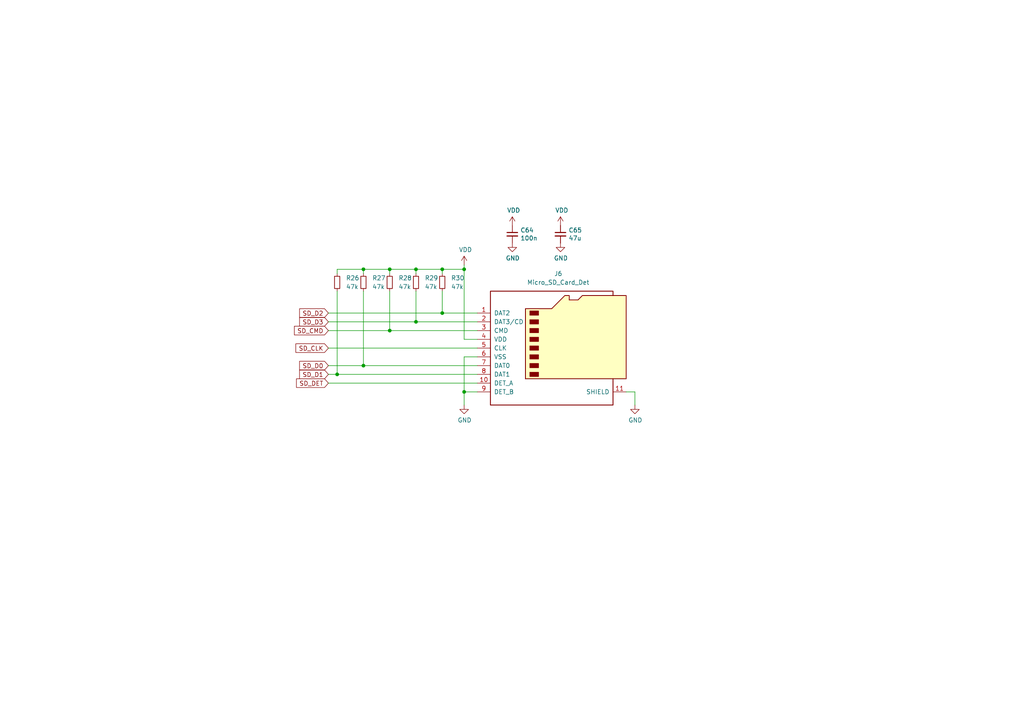
<source format=kicad_sch>
(kicad_sch (version 20211123) (generator eeschema)

  (uuid 0aa30928-66a8-4355-87da-7f875941070b)

  (paper "A4")

  (lib_symbols
    (symbol "Connector:Micro_SD_Card_Det" (pin_names (offset 1.016)) (in_bom yes) (on_board yes)
      (property "Reference" "J" (id 0) (at -16.51 17.78 0)
        (effects (font (size 1.27 1.27)))
      )
      (property "Value" "Micro_SD_Card_Det" (id 1) (at 16.51 17.78 0)
        (effects (font (size 1.27 1.27)) (justify right))
      )
      (property "Footprint" "" (id 2) (at 52.07 17.78 0)
        (effects (font (size 1.27 1.27)) hide)
      )
      (property "Datasheet" "https://www.hirose.com/product/en/download_file/key_name/DM3/category/Catalog/doc_file_id/49662/?file_category_id=4&item_id=195&is_series=1" (id 3) (at 0 2.54 0)
        (effects (font (size 1.27 1.27)) hide)
      )
      (property "ki_keywords" "connector SD microsd" (id 4) (at 0 0 0)
        (effects (font (size 1.27 1.27)) hide)
      )
      (property "ki_description" "Micro SD Card Socket with card detection pins" (id 5) (at 0 0 0)
        (effects (font (size 1.27 1.27)) hide)
      )
      (property "ki_fp_filters" "microSD*" (id 6) (at 0 0 0)
        (effects (font (size 1.27 1.27)) hide)
      )
      (symbol "Micro_SD_Card_Det_0_1"
        (rectangle (start -7.62 -6.985) (end -5.08 -8.255)
          (stroke (width 0) (type default) (color 0 0 0 0))
          (fill (type outline))
        )
        (rectangle (start -7.62 -4.445) (end -5.08 -5.715)
          (stroke (width 0) (type default) (color 0 0 0 0))
          (fill (type outline))
        )
        (rectangle (start -7.62 -1.905) (end -5.08 -3.175)
          (stroke (width 0) (type default) (color 0 0 0 0))
          (fill (type outline))
        )
        (rectangle (start -7.62 0.635) (end -5.08 -0.635)
          (stroke (width 0) (type default) (color 0 0 0 0))
          (fill (type outline))
        )
        (rectangle (start -7.62 3.175) (end -5.08 1.905)
          (stroke (width 0) (type default) (color 0 0 0 0))
          (fill (type outline))
        )
        (rectangle (start -7.62 5.715) (end -5.08 4.445)
          (stroke (width 0) (type default) (color 0 0 0 0))
          (fill (type outline))
        )
        (rectangle (start -7.62 8.255) (end -5.08 6.985)
          (stroke (width 0) (type default) (color 0 0 0 0))
          (fill (type outline))
        )
        (rectangle (start -7.62 10.795) (end -5.08 9.525)
          (stroke (width 0) (type default) (color 0 0 0 0))
          (fill (type outline))
        )
        (polyline
          (pts
            (xy 16.51 15.24)
            (xy 16.51 16.51)
            (xy -19.05 16.51)
            (xy -19.05 -16.51)
            (xy 16.51 -16.51)
            (xy 16.51 -8.89)
          )
          (stroke (width 0.254) (type default) (color 0 0 0 0))
          (fill (type none))
        )
        (polyline
          (pts
            (xy -8.89 -8.89)
            (xy -8.89 11.43)
            (xy -1.27 11.43)
            (xy 2.54 15.24)
            (xy 3.81 15.24)
            (xy 3.81 13.97)
            (xy 6.35 13.97)
            (xy 7.62 15.24)
            (xy 20.32 15.24)
            (xy 20.32 -8.89)
            (xy -8.89 -8.89)
          )
          (stroke (width 0.254) (type default) (color 0 0 0 0))
          (fill (type background))
        )
      )
      (symbol "Micro_SD_Card_Det_1_1"
        (pin bidirectional line (at -22.86 10.16 0) (length 3.81)
          (name "DAT2" (effects (font (size 1.27 1.27))))
          (number "1" (effects (font (size 1.27 1.27))))
        )
        (pin passive line (at -22.86 -10.16 0) (length 3.81)
          (name "DET_A" (effects (font (size 1.27 1.27))))
          (number "10" (effects (font (size 1.27 1.27))))
        )
        (pin passive line (at 20.32 -12.7 180) (length 3.81)
          (name "SHIELD" (effects (font (size 1.27 1.27))))
          (number "11" (effects (font (size 1.27 1.27))))
        )
        (pin bidirectional line (at -22.86 7.62 0) (length 3.81)
          (name "DAT3/CD" (effects (font (size 1.27 1.27))))
          (number "2" (effects (font (size 1.27 1.27))))
        )
        (pin input line (at -22.86 5.08 0) (length 3.81)
          (name "CMD" (effects (font (size 1.27 1.27))))
          (number "3" (effects (font (size 1.27 1.27))))
        )
        (pin power_in line (at -22.86 2.54 0) (length 3.81)
          (name "VDD" (effects (font (size 1.27 1.27))))
          (number "4" (effects (font (size 1.27 1.27))))
        )
        (pin input line (at -22.86 0 0) (length 3.81)
          (name "CLK" (effects (font (size 1.27 1.27))))
          (number "5" (effects (font (size 1.27 1.27))))
        )
        (pin power_in line (at -22.86 -2.54 0) (length 3.81)
          (name "VSS" (effects (font (size 1.27 1.27))))
          (number "6" (effects (font (size 1.27 1.27))))
        )
        (pin bidirectional line (at -22.86 -5.08 0) (length 3.81)
          (name "DAT0" (effects (font (size 1.27 1.27))))
          (number "7" (effects (font (size 1.27 1.27))))
        )
        (pin bidirectional line (at -22.86 -7.62 0) (length 3.81)
          (name "DAT1" (effects (font (size 1.27 1.27))))
          (number "8" (effects (font (size 1.27 1.27))))
        )
        (pin passive line (at -22.86 -12.7 0) (length 3.81)
          (name "DET_B" (effects (font (size 1.27 1.27))))
          (number "9" (effects (font (size 1.27 1.27))))
        )
      )
    )
    (symbol "Device:R_Small" (pin_numbers hide) (pin_names (offset 0.254) hide) (in_bom yes) (on_board yes)
      (property "Reference" "R" (id 0) (at 0.762 0.508 0)
        (effects (font (size 1.27 1.27)) (justify left))
      )
      (property "Value" "R_Small" (id 1) (at 0.762 -1.016 0)
        (effects (font (size 1.27 1.27)) (justify left))
      )
      (property "Footprint" "" (id 2) (at 0 0 0)
        (effects (font (size 1.27 1.27)) hide)
      )
      (property "Datasheet" "~" (id 3) (at 0 0 0)
        (effects (font (size 1.27 1.27)) hide)
      )
      (property "ki_keywords" "R resistor" (id 4) (at 0 0 0)
        (effects (font (size 1.27 1.27)) hide)
      )
      (property "ki_description" "Resistor, small symbol" (id 5) (at 0 0 0)
        (effects (font (size 1.27 1.27)) hide)
      )
      (property "ki_fp_filters" "R_*" (id 6) (at 0 0 0)
        (effects (font (size 1.27 1.27)) hide)
      )
      (symbol "R_Small_0_1"
        (rectangle (start -0.762 1.778) (end 0.762 -1.778)
          (stroke (width 0.2032) (type default) (color 0 0 0 0))
          (fill (type none))
        )
      )
      (symbol "R_Small_1_1"
        (pin passive line (at 0 2.54 270) (length 0.762)
          (name "~" (effects (font (size 1.27 1.27))))
          (number "1" (effects (font (size 1.27 1.27))))
        )
        (pin passive line (at 0 -2.54 90) (length 0.762)
          (name "~" (effects (font (size 1.27 1.27))))
          (number "2" (effects (font (size 1.27 1.27))))
        )
      )
    )
    (symbol "pkl_device:pkl_C_Small" (pin_numbers hide) (pin_names (offset 0.254) hide) (in_bom yes) (on_board yes)
      (property "Reference" "C" (id 0) (at 0.254 1.778 0)
        (effects (font (size 1.27 1.27)) (justify left))
      )
      (property "Value" "pkl_C_Small" (id 1) (at 0.254 -2.032 0)
        (effects (font (size 1.27 1.27)) (justify left))
      )
      (property "Footprint" "" (id 2) (at 0 0 0)
        (effects (font (size 1.524 1.524)))
      )
      (property "Datasheet" "" (id 3) (at 0 0 0)
        (effects (font (size 1.524 1.524)))
      )
      (property "ki_description" "Unpolarized capacitor" (id 4) (at 0 0 0)
        (effects (font (size 1.27 1.27)) hide)
      )
      (property "ki_fp_filters" "C? C_????_* C_???? SMD*_c Capacitor*" (id 5) (at 0 0 0)
        (effects (font (size 1.27 1.27)) hide)
      )
      (symbol "pkl_C_Small_0_1"
        (polyline
          (pts
            (xy -1.524 -0.508)
            (xy 1.524 -0.508)
          )
          (stroke (width 0.3302) (type default) (color 0 0 0 0))
          (fill (type none))
        )
        (polyline
          (pts
            (xy -1.524 0.508)
            (xy 1.524 0.508)
          )
          (stroke (width 0.3048) (type default) (color 0 0 0 0))
          (fill (type none))
        )
      )
      (symbol "pkl_C_Small_1_1"
        (pin passive line (at 0 2.54 270) (length 1.905)
          (name "~" (effects (font (size 1.016 1.016))))
          (number "1" (effects (font (size 1.016 1.016))))
        )
        (pin passive line (at 0 -2.54 90) (length 2.032)
          (name "~" (effects (font (size 1.016 1.016))))
          (number "2" (effects (font (size 1.016 1.016))))
        )
      )
    )
    (symbol "power:GND" (power) (pin_names (offset 0)) (in_bom yes) (on_board yes)
      (property "Reference" "#PWR" (id 0) (at 0 -6.35 0)
        (effects (font (size 1.27 1.27)) hide)
      )
      (property "Value" "GND" (id 1) (at 0 -3.81 0)
        (effects (font (size 1.27 1.27)))
      )
      (property "Footprint" "" (id 2) (at 0 0 0)
        (effects (font (size 1.27 1.27)) hide)
      )
      (property "Datasheet" "" (id 3) (at 0 0 0)
        (effects (font (size 1.27 1.27)) hide)
      )
      (property "ki_keywords" "power-flag" (id 4) (at 0 0 0)
        (effects (font (size 1.27 1.27)) hide)
      )
      (property "ki_description" "Power symbol creates a global label with name \"GND\" , ground" (id 5) (at 0 0 0)
        (effects (font (size 1.27 1.27)) hide)
      )
      (symbol "GND_0_1"
        (polyline
          (pts
            (xy 0 0)
            (xy 0 -1.27)
            (xy 1.27 -1.27)
            (xy 0 -2.54)
            (xy -1.27 -1.27)
            (xy 0 -1.27)
          )
          (stroke (width 0) (type default) (color 0 0 0 0))
          (fill (type none))
        )
      )
      (symbol "GND_1_1"
        (pin power_in line (at 0 0 270) (length 0) hide
          (name "GND" (effects (font (size 1.27 1.27))))
          (number "1" (effects (font (size 1.27 1.27))))
        )
      )
    )
    (symbol "power:VDD" (power) (pin_names (offset 0)) (in_bom yes) (on_board yes)
      (property "Reference" "#PWR" (id 0) (at 0 -3.81 0)
        (effects (font (size 1.27 1.27)) hide)
      )
      (property "Value" "VDD" (id 1) (at 0 3.81 0)
        (effects (font (size 1.27 1.27)))
      )
      (property "Footprint" "" (id 2) (at 0 0 0)
        (effects (font (size 1.27 1.27)) hide)
      )
      (property "Datasheet" "" (id 3) (at 0 0 0)
        (effects (font (size 1.27 1.27)) hide)
      )
      (property "ki_keywords" "power-flag" (id 4) (at 0 0 0)
        (effects (font (size 1.27 1.27)) hide)
      )
      (property "ki_description" "Power symbol creates a global label with name \"VDD\"" (id 5) (at 0 0 0)
        (effects (font (size 1.27 1.27)) hide)
      )
      (symbol "VDD_0_1"
        (polyline
          (pts
            (xy -0.762 1.27)
            (xy 0 2.54)
          )
          (stroke (width 0) (type default) (color 0 0 0 0))
          (fill (type none))
        )
        (polyline
          (pts
            (xy 0 0)
            (xy 0 2.54)
          )
          (stroke (width 0) (type default) (color 0 0 0 0))
          (fill (type none))
        )
        (polyline
          (pts
            (xy 0 2.54)
            (xy 0.762 1.27)
          )
          (stroke (width 0) (type default) (color 0 0 0 0))
          (fill (type none))
        )
      )
      (symbol "VDD_1_1"
        (pin power_in line (at 0 0 90) (length 0) hide
          (name "VDD" (effects (font (size 1.27 1.27))))
          (number "1" (effects (font (size 1.27 1.27))))
        )
      )
    )
  )

  (junction (at 113.03 78.105) (diameter 0) (color 0 0 0 0)
    (uuid 07c361b5-42b0-4cbe-840f-72d1d348dfa9)
  )
  (junction (at 105.41 78.105) (diameter 0) (color 0 0 0 0)
    (uuid 0e4aa399-e5a9-470c-9fdd-3c5cc8a0100d)
  )
  (junction (at 128.27 78.105) (diameter 0) (color 0 0 0 0)
    (uuid 0f378f3a-cc58-48ca-952b-5e0bc7c50909)
  )
  (junction (at 105.41 106.045) (diameter 0) (color 0 0 0 0)
    (uuid 422f53b5-1588-4d6f-a7d3-8c1cfc5734c4)
  )
  (junction (at 97.79 108.585) (diameter 0) (color 0 0 0 0)
    (uuid 6eee5c95-849b-4234-9fa9-10fff61dbcfe)
  )
  (junction (at 120.65 78.105) (diameter 0) (color 0 0 0 0)
    (uuid 9037e904-256d-43f2-bceb-4dfe9ec8c5a1)
  )
  (junction (at 134.62 113.665) (diameter 0) (color 0 0 0 0)
    (uuid 9e85a6bb-8f68-46b1-b4f1-343b38178560)
  )
  (junction (at 134.62 78.105) (diameter 0) (color 0 0 0 0)
    (uuid b1d3bd8e-715a-400c-ba94-13f0db497714)
  )
  (junction (at 113.03 95.885) (diameter 0) (color 0 0 0 0)
    (uuid bd357c68-a02a-48f6-baa0-3dbdacd5b5a3)
  )
  (junction (at 128.27 90.805) (diameter 0) (color 0 0 0 0)
    (uuid e76906a8-3858-49c5-940c-601a077041af)
  )
  (junction (at 120.65 93.345) (diameter 0) (color 0 0 0 0)
    (uuid f0323f4c-e52b-4dcc-b3c2-0e27c482c0fd)
  )

  (wire (pts (xy 95.25 93.345) (xy 120.65 93.345))
    (stroke (width 0) (type default) (color 0 0 0 0))
    (uuid 0980d639-e605-4288-b764-ce9c0a31928b)
  )
  (wire (pts (xy 95.25 111.125) (xy 138.43 111.125))
    (stroke (width 0) (type default) (color 0 0 0 0))
    (uuid 1745543f-707d-4655-8598-8e5bc6e5b838)
  )
  (wire (pts (xy 97.79 84.455) (xy 97.79 108.585))
    (stroke (width 0) (type default) (color 0 0 0 0))
    (uuid 2f2d8bec-27a2-4197-b5fe-5f34bb331a0d)
  )
  (wire (pts (xy 120.65 84.455) (xy 120.65 93.345))
    (stroke (width 0) (type default) (color 0 0 0 0))
    (uuid 3f49f515-042a-4098-95fe-9d8aa600e626)
  )
  (wire (pts (xy 105.41 84.455) (xy 105.41 106.045))
    (stroke (width 0) (type default) (color 0 0 0 0))
    (uuid 43e50aab-a73e-46ee-a2e0-e555d75535c6)
  )
  (wire (pts (xy 120.65 79.375) (xy 120.65 78.105))
    (stroke (width 0) (type default) (color 0 0 0 0))
    (uuid 4ecdafd9-8c85-4d42-8b38-24093b1a2dc9)
  )
  (wire (pts (xy 134.62 76.835) (xy 134.62 78.105))
    (stroke (width 0) (type default) (color 0 0 0 0))
    (uuid 5310af4a-2995-4a79-b79e-48fcb0c3a7d8)
  )
  (wire (pts (xy 134.62 113.665) (xy 134.62 117.475))
    (stroke (width 0) (type default) (color 0 0 0 0))
    (uuid 5adff581-4a2a-44b4-8862-4221cd62642f)
  )
  (wire (pts (xy 97.79 108.585) (xy 138.43 108.585))
    (stroke (width 0) (type default) (color 0 0 0 0))
    (uuid 628ed3e0-0e78-42d1-8f85-34c2c1e9887f)
  )
  (wire (pts (xy 97.79 78.105) (xy 105.41 78.105))
    (stroke (width 0) (type default) (color 0 0 0 0))
    (uuid 6c5508a8-f1d8-438b-bfbc-de5c2a357c33)
  )
  (wire (pts (xy 105.41 79.375) (xy 105.41 78.105))
    (stroke (width 0) (type default) (color 0 0 0 0))
    (uuid 708c3ff0-9032-4994-af59-69bdd4e29a44)
  )
  (wire (pts (xy 95.25 106.045) (xy 105.41 106.045))
    (stroke (width 0) (type default) (color 0 0 0 0))
    (uuid 7533d9d0-109b-4d3e-8391-7db16e03d4a6)
  )
  (wire (pts (xy 138.43 113.665) (xy 134.62 113.665))
    (stroke (width 0) (type default) (color 0 0 0 0))
    (uuid 797a83a8-b990-43c0-97c5-0c1688ae04de)
  )
  (wire (pts (xy 128.27 78.105) (xy 134.62 78.105))
    (stroke (width 0) (type default) (color 0 0 0 0))
    (uuid 7ee9bbc9-0f00-40c2-bd2a-b7e2a8d481a8)
  )
  (wire (pts (xy 184.15 113.665) (xy 184.15 117.475))
    (stroke (width 0) (type default) (color 0 0 0 0))
    (uuid 802ac70e-1fc0-4882-8390-eea091c5a029)
  )
  (wire (pts (xy 105.41 106.045) (xy 138.43 106.045))
    (stroke (width 0) (type default) (color 0 0 0 0))
    (uuid 84cd72a9-eb67-465c-a396-baaa4f2bb0f2)
  )
  (wire (pts (xy 95.25 95.885) (xy 113.03 95.885))
    (stroke (width 0) (type default) (color 0 0 0 0))
    (uuid 8643dd8c-fda7-47d9-8e97-3baf5b41ca0c)
  )
  (wire (pts (xy 120.65 78.105) (xy 113.03 78.105))
    (stroke (width 0) (type default) (color 0 0 0 0))
    (uuid 865f340f-3a9e-41f0-9189-bd11751c16bf)
  )
  (wire (pts (xy 134.62 98.425) (xy 138.43 98.425))
    (stroke (width 0) (type default) (color 0 0 0 0))
    (uuid 8765cba3-1243-486f-a6e8-befe4827ac73)
  )
  (wire (pts (xy 113.03 95.885) (xy 138.43 95.885))
    (stroke (width 0) (type default) (color 0 0 0 0))
    (uuid 896e3628-c49b-4bda-86a3-02a080127748)
  )
  (wire (pts (xy 134.62 103.505) (xy 138.43 103.505))
    (stroke (width 0) (type default) (color 0 0 0 0))
    (uuid 91d65ad7-fcde-4d3b-9ce4-23db7f33896f)
  )
  (wire (pts (xy 128.27 90.805) (xy 138.43 90.805))
    (stroke (width 0) (type default) (color 0 0 0 0))
    (uuid 95d0ac26-1e6e-4ff1-9f64-439dbaaf89d4)
  )
  (wire (pts (xy 113.03 84.455) (xy 113.03 95.885))
    (stroke (width 0) (type default) (color 0 0 0 0))
    (uuid 9cb9415f-ad11-406c-bc30-860425a777a6)
  )
  (wire (pts (xy 97.79 79.375) (xy 97.79 78.105))
    (stroke (width 0) (type default) (color 0 0 0 0))
    (uuid b0f5efcc-ad4f-4899-960f-18f3fdfda224)
  )
  (wire (pts (xy 105.41 78.105) (xy 113.03 78.105))
    (stroke (width 0) (type default) (color 0 0 0 0))
    (uuid d2ab13fb-f76d-42a6-a101-3dd609a0912d)
  )
  (wire (pts (xy 113.03 78.105) (xy 113.03 79.375))
    (stroke (width 0) (type default) (color 0 0 0 0))
    (uuid d2effc22-aa79-49e2-866a-a27e4dec9250)
  )
  (wire (pts (xy 95.25 100.965) (xy 138.43 100.965))
    (stroke (width 0) (type default) (color 0 0 0 0))
    (uuid d78c08f3-a459-47be-91de-63c8740e7455)
  )
  (wire (pts (xy 120.65 78.105) (xy 128.27 78.105))
    (stroke (width 0) (type default) (color 0 0 0 0))
    (uuid de3a5f2d-6d61-4a56-88fa-f196bb7bcad4)
  )
  (wire (pts (xy 95.25 90.805) (xy 128.27 90.805))
    (stroke (width 0) (type default) (color 0 0 0 0))
    (uuid e221923b-8b1c-477d-aeac-38dda98cb067)
  )
  (wire (pts (xy 128.27 79.375) (xy 128.27 78.105))
    (stroke (width 0) (type default) (color 0 0 0 0))
    (uuid f12a8721-7b9d-43a0-a618-2a6a4efc6110)
  )
  (wire (pts (xy 134.62 78.105) (xy 134.62 98.425))
    (stroke (width 0) (type default) (color 0 0 0 0))
    (uuid f1315f34-32f1-44e0-bd8c-246c1319ae9d)
  )
  (wire (pts (xy 181.61 113.665) (xy 184.15 113.665))
    (stroke (width 0) (type default) (color 0 0 0 0))
    (uuid f2647809-062d-4d6f-a3ef-03ecc4688494)
  )
  (wire (pts (xy 95.25 108.585) (xy 97.79 108.585))
    (stroke (width 0) (type default) (color 0 0 0 0))
    (uuid f66f5887-c6c4-48f7-8d41-b3265f397aa6)
  )
  (wire (pts (xy 128.27 84.455) (xy 128.27 90.805))
    (stroke (width 0) (type default) (color 0 0 0 0))
    (uuid f79e2fd0-3da1-4c2a-8ef4-d47ef1a2b166)
  )
  (wire (pts (xy 134.62 113.665) (xy 134.62 103.505))
    (stroke (width 0) (type default) (color 0 0 0 0))
    (uuid fa5979ee-27c4-4f08-8921-3ce28d85b9f3)
  )
  (wire (pts (xy 120.65 93.345) (xy 138.43 93.345))
    (stroke (width 0) (type default) (color 0 0 0 0))
    (uuid fbc1cd94-e020-4174-b0cc-1b7adb505912)
  )

  (global_label "SD_D2" (shape input) (at 95.25 90.805 180) (fields_autoplaced)
    (effects (font (size 1.27 1.27)) (justify right))
    (uuid 5a8f4f1c-ad4d-4d19-9730-cea74d6415e9)
    (property "Intersheet References" "${INTERSHEET_REFS}" (id 0) (at 86.9102 90.7256 0)
      (effects (font (size 1.27 1.27)) (justify right) hide)
    )
  )
  (global_label "SD_D1" (shape input) (at 95.25 108.585 180) (fields_autoplaced)
    (effects (font (size 1.27 1.27)) (justify right))
    (uuid 6531beb6-ecd3-4784-8dac-15a7d5a77f2e)
    (property "Intersheet References" "${INTERSHEET_REFS}" (id 0) (at 86.9102 108.5056 0)
      (effects (font (size 1.27 1.27)) (justify right) hide)
    )
  )
  (global_label "SD_CMD" (shape input) (at 95.25 95.885 180) (fields_autoplaced)
    (effects (font (size 1.27 1.27)) (justify right))
    (uuid 85c6bd19-b7de-4e63-a2fb-17bde097465f)
    (property "Intersheet References" "${INTERSHEET_REFS}" (id 0) (at 85.3983 95.8056 0)
      (effects (font (size 1.27 1.27)) (justify right) hide)
    )
  )
  (global_label "SD_DET" (shape input) (at 95.25 111.125 180) (fields_autoplaced)
    (effects (font (size 1.27 1.27)) (justify right))
    (uuid 88106c56-efd3-41ad-927e-498343758b25)
    (property "Intersheet References" "${INTERSHEET_REFS}" (id 0) (at 86.0031 111.0456 0)
      (effects (font (size 1.27 1.27)) (justify right) hide)
    )
  )
  (global_label "SD_CLK" (shape input) (at 95.25 100.965 180) (fields_autoplaced)
    (effects (font (size 1.27 1.27)) (justify right))
    (uuid e309080b-eb0a-4977-8eb7-5bcb44f3b1b6)
    (property "Intersheet References" "${INTERSHEET_REFS}" (id 0) (at 85.8217 100.8856 0)
      (effects (font (size 1.27 1.27)) (justify right) hide)
    )
  )
  (global_label "SD_D0" (shape input) (at 95.25 106.045 180) (fields_autoplaced)
    (effects (font (size 1.27 1.27)) (justify right))
    (uuid e8a64739-f5fd-435a-99ea-cb6bdbb01973)
    (property "Intersheet References" "${INTERSHEET_REFS}" (id 0) (at 86.9102 105.9656 0)
      (effects (font (size 1.27 1.27)) (justify right) hide)
    )
  )
  (global_label "SD_D3" (shape input) (at 95.25 93.345 180) (fields_autoplaced)
    (effects (font (size 1.27 1.27)) (justify right))
    (uuid ec64da1c-ff0b-445e-975b-16d976178c71)
    (property "Intersheet References" "${INTERSHEET_REFS}" (id 0) (at 86.9102 93.2656 0)
      (effects (font (size 1.27 1.27)) (justify right) hide)
    )
  )

  (symbol (lib_id "power:GND") (at 162.56 70.485 0) (unit 1)
    (in_bom yes) (on_board yes)
    (uuid 0664d076-da05-4f8e-9259-f07c7e349dac)
    (property "Reference" "#PWR0115" (id 0) (at 162.56 76.835 0)
      (effects (font (size 1.27 1.27)) hide)
    )
    (property "Value" "GND" (id 1) (at 162.687 74.8792 0))
    (property "Footprint" "" (id 2) (at 162.56 70.485 0)
      (effects (font (size 1.27 1.27)) hide)
    )
    (property "Datasheet" "" (id 3) (at 162.56 70.485 0)
      (effects (font (size 1.27 1.27)) hide)
    )
    (pin "1" (uuid aba26366-6f62-41bb-81d4-7c76ab29eef6))
  )

  (symbol (lib_id "power:VDD") (at 162.56 65.405 0) (unit 1)
    (in_bom yes) (on_board yes)
    (uuid 11cc635a-6a72-4864-b29f-4d07f1c0567d)
    (property "Reference" "#PWR0114" (id 0) (at 162.56 69.215 0)
      (effects (font (size 1.27 1.27)) hide)
    )
    (property "Value" "VDD" (id 1) (at 162.941 61.0108 0))
    (property "Footprint" "" (id 2) (at 162.56 65.405 0)
      (effects (font (size 1.27 1.27)) hide)
    )
    (property "Datasheet" "" (id 3) (at 162.56 65.405 0)
      (effects (font (size 1.27 1.27)) hide)
    )
    (pin "1" (uuid 99b846f7-7b92-4e6e-93ab-92490c2e4828))
  )

  (symbol (lib_id "Device:R_Small") (at 113.03 81.915 0) (unit 1)
    (in_bom yes) (on_board yes) (fields_autoplaced)
    (uuid 17d2a2de-298f-43ac-aa1a-df68e2d59e17)
    (property "Reference" "R28" (id 0) (at 115.57 80.6449 0)
      (effects (font (size 1.27 1.27)) (justify left))
    )
    (property "Value" "47k" (id 1) (at 115.57 83.1849 0)
      (effects (font (size 1.27 1.27)) (justify left))
    )
    (property "Footprint" "Resistor_SMD:R_0402_1005Metric" (id 2) (at 113.03 81.915 0)
      (effects (font (size 1.27 1.27)) hide)
    )
    (property "Datasheet" "~" (id 3) (at 113.03 81.915 0)
      (effects (font (size 1.27 1.27)) hide)
    )
    (pin "1" (uuid 44836fb1-81e3-4d47-8023-6a035f6a758d))
    (pin "2" (uuid 91b96203-90c5-4372-bd0c-6bc9743aa4ab))
  )

  (symbol (lib_id "Device:R_Small") (at 128.27 81.915 0) (unit 1)
    (in_bom yes) (on_board yes) (fields_autoplaced)
    (uuid 1f637e2b-c6b4-4586-bd8d-613b71c96bbe)
    (property "Reference" "R30" (id 0) (at 130.81 80.6449 0)
      (effects (font (size 1.27 1.27)) (justify left))
    )
    (property "Value" "47k" (id 1) (at 130.81 83.1849 0)
      (effects (font (size 1.27 1.27)) (justify left))
    )
    (property "Footprint" "Resistor_SMD:R_0402_1005Metric" (id 2) (at 128.27 81.915 0)
      (effects (font (size 1.27 1.27)) hide)
    )
    (property "Datasheet" "~" (id 3) (at 128.27 81.915 0)
      (effects (font (size 1.27 1.27)) hide)
    )
    (pin "1" (uuid 15c2294f-3484-4969-915e-80d051ccb10a))
    (pin "2" (uuid 5a5a3d01-477d-46af-b94a-5968adddaedc))
  )

  (symbol (lib_id "power:VDD") (at 134.62 76.835 0) (unit 1)
    (in_bom yes) (on_board yes)
    (uuid 3f7e85bb-cc21-4084-968b-6e69ee9a167d)
    (property "Reference" "#PWR0110" (id 0) (at 134.62 80.645 0)
      (effects (font (size 1.27 1.27)) hide)
    )
    (property "Value" "VDD" (id 1) (at 135.001 72.4408 0))
    (property "Footprint" "" (id 2) (at 134.62 76.835 0)
      (effects (font (size 1.27 1.27)) hide)
    )
    (property "Datasheet" "" (id 3) (at 134.62 76.835 0)
      (effects (font (size 1.27 1.27)) hide)
    )
    (pin "1" (uuid 7e407a88-b288-4b40-a3d8-0a6e16c47aee))
  )

  (symbol (lib_id "power:GND") (at 148.59 70.485 0) (unit 1)
    (in_bom yes) (on_board yes)
    (uuid 48828fcd-9685-43f2-ad7c-3e7d4c6be57d)
    (property "Reference" "#PWR0113" (id 0) (at 148.59 76.835 0)
      (effects (font (size 1.27 1.27)) hide)
    )
    (property "Value" "GND" (id 1) (at 148.717 74.8792 0))
    (property "Footprint" "" (id 2) (at 148.59 70.485 0)
      (effects (font (size 1.27 1.27)) hide)
    )
    (property "Datasheet" "" (id 3) (at 148.59 70.485 0)
      (effects (font (size 1.27 1.27)) hide)
    )
    (pin "1" (uuid 21ca78bd-3fa2-4b4a-8d87-640a7ff0a711))
  )

  (symbol (lib_id "power:VDD") (at 148.59 65.405 0) (unit 1)
    (in_bom yes) (on_board yes)
    (uuid 5132f987-2f86-4fa4-bdc9-3c3ecd4f0348)
    (property "Reference" "#PWR0112" (id 0) (at 148.59 69.215 0)
      (effects (font (size 1.27 1.27)) hide)
    )
    (property "Value" "VDD" (id 1) (at 148.971 61.0108 0))
    (property "Footprint" "" (id 2) (at 148.59 65.405 0)
      (effects (font (size 1.27 1.27)) hide)
    )
    (property "Datasheet" "" (id 3) (at 148.59 65.405 0)
      (effects (font (size 1.27 1.27)) hide)
    )
    (pin "1" (uuid a80002ee-2b86-4b70-ae3a-f4e2bfa4a9b6))
  )

  (symbol (lib_id "Connector:Micro_SD_Card_Det") (at 161.29 100.965 0) (unit 1)
    (in_bom yes) (on_board yes)
    (uuid 66d43a26-9674-4ce4-a0af-b21ba03c567b)
    (property "Reference" "J6" (id 0) (at 161.925 79.375 0))
    (property "Value" "Micro_SD_Card_Det" (id 1) (at 161.925 81.915 0))
    (property "Footprint" "Connector_Card:microSD_HC_Hirose_DM3AT-SF-PEJM5" (id 2) (at 213.36 83.185 0)
      (effects (font (size 1.27 1.27)) hide)
    )
    (property "Datasheet" "https://www.hirose.com/product/en/download_file/key_name/DM3/category/Catalog/doc_file_id/49662/?file_category_id=4&item_id=195&is_series=1" (id 3) (at 161.29 98.425 0)
      (effects (font (size 1.27 1.27)) hide)
    )
    (pin "1" (uuid d2692c70-66c4-4fea-93b8-27621ec66266))
    (pin "10" (uuid 0a676048-fee7-4bee-ac19-2eec4db4b030))
    (pin "11" (uuid b6ba2d7e-8d02-48d3-91a2-d9178406a25d))
    (pin "2" (uuid d81f2d93-9ded-45c7-a6b6-71ebf02bf1ad))
    (pin "3" (uuid 73dc34ac-5f1e-4302-9d01-602a76799ece))
    (pin "4" (uuid bfb3536c-c3a9-41b4-80bf-83f047f28c63))
    (pin "5" (uuid e2a5d8c3-ef35-4fac-a344-c7eb30dd5be7))
    (pin "6" (uuid 42769491-f62b-41c1-93ce-b27891bd398e))
    (pin "7" (uuid 4a2d8f4a-c0e0-4083-b5ef-b7bbd8960c9c))
    (pin "8" (uuid 6443fcf7-3802-4aec-a949-70bf87ae433d))
    (pin "9" (uuid 0a52f64f-3442-4852-a60a-3908739480e4))
  )

  (symbol (lib_id "power:GND") (at 184.15 117.475 0) (unit 1)
    (in_bom yes) (on_board yes)
    (uuid 751fe4fb-26b9-4843-8ea6-0a220dc37e71)
    (property "Reference" "#PWR0116" (id 0) (at 184.15 123.825 0)
      (effects (font (size 1.27 1.27)) hide)
    )
    (property "Value" "GND" (id 1) (at 184.277 121.8692 0))
    (property "Footprint" "" (id 2) (at 184.15 117.475 0)
      (effects (font (size 1.27 1.27)) hide)
    )
    (property "Datasheet" "" (id 3) (at 184.15 117.475 0)
      (effects (font (size 1.27 1.27)) hide)
    )
    (pin "1" (uuid fa4309e3-e7ea-47d2-b0ba-6b0c91c152af))
  )

  (symbol (lib_id "pkl_device:pkl_C_Small") (at 148.59 67.945 0) (unit 1)
    (in_bom no) (on_board no)
    (uuid 7efdb7b9-eea0-4d67-84c3-76b248a724a8)
    (property "Reference" "C64" (id 0) (at 150.9268 66.7766 0)
      (effects (font (size 1.27 1.27)) (justify left))
    )
    (property "Value" "100n" (id 1) (at 150.9268 69.088 0)
      (effects (font (size 1.27 1.27)) (justify left))
    )
    (property "Footprint" "Capacitor_SMD:C_0402_1005Metric" (id 2) (at 148.59 67.945 0)
      (effects (font (size 1.524 1.524)) hide)
    )
    (property "Datasheet" "" (id 3) (at 148.59 67.945 0)
      (effects (font (size 1.524 1.524)))
    )
    (pin "1" (uuid 974f8299-4f62-47a8-914a-38bfe0672434))
    (pin "2" (uuid a9a0b2e2-0e83-4138-92e1-70e26d5654fd))
  )

  (symbol (lib_id "Device:R_Small") (at 97.79 81.915 0) (unit 1)
    (in_bom yes) (on_board yes) (fields_autoplaced)
    (uuid 9eabcad6-8c3b-447f-8663-9964fe724807)
    (property "Reference" "R26" (id 0) (at 100.33 80.6449 0)
      (effects (font (size 1.27 1.27)) (justify left))
    )
    (property "Value" "47k" (id 1) (at 100.33 83.1849 0)
      (effects (font (size 1.27 1.27)) (justify left))
    )
    (property "Footprint" "Resistor_SMD:R_0402_1005Metric" (id 2) (at 97.79 81.915 0)
      (effects (font (size 1.27 1.27)) hide)
    )
    (property "Datasheet" "~" (id 3) (at 97.79 81.915 0)
      (effects (font (size 1.27 1.27)) hide)
    )
    (pin "1" (uuid 5b73db65-02be-4fc8-9d1b-946bb30d31a3))
    (pin "2" (uuid 56006dbd-3a25-4dd7-8bdc-1978940b608c))
  )

  (symbol (lib_id "Device:R_Small") (at 105.41 81.915 0) (unit 1)
    (in_bom yes) (on_board yes) (fields_autoplaced)
    (uuid b2ae0024-543d-4411-afe5-d2c631661639)
    (property "Reference" "R27" (id 0) (at 107.95 80.6449 0)
      (effects (font (size 1.27 1.27)) (justify left))
    )
    (property "Value" "47k" (id 1) (at 107.95 83.1849 0)
      (effects (font (size 1.27 1.27)) (justify left))
    )
    (property "Footprint" "Resistor_SMD:R_0402_1005Metric" (id 2) (at 105.41 81.915 0)
      (effects (font (size 1.27 1.27)) hide)
    )
    (property "Datasheet" "~" (id 3) (at 105.41 81.915 0)
      (effects (font (size 1.27 1.27)) hide)
    )
    (pin "1" (uuid 210fadaf-2e0e-412f-af4e-46d79d7d06d6))
    (pin "2" (uuid 811f86bf-9a1b-40ba-93fe-00f68b9b7bc3))
  )

  (symbol (lib_id "pkl_device:pkl_C_Small") (at 162.56 67.945 0) (unit 1)
    (in_bom no) (on_board no)
    (uuid bd5ad9ab-fb1d-428e-ba7f-97b127098fec)
    (property "Reference" "C65" (id 0) (at 164.8968 66.7766 0)
      (effects (font (size 1.27 1.27)) (justify left))
    )
    (property "Value" "47u" (id 1) (at 164.8968 69.088 0)
      (effects (font (size 1.27 1.27)) (justify left))
    )
    (property "Footprint" "pkl_dipol:C_0603" (id 2) (at 162.56 67.945 0)
      (effects (font (size 1.524 1.524)) hide)
    )
    (property "Datasheet" "" (id 3) (at 162.56 67.945 0)
      (effects (font (size 1.524 1.524)))
    )
    (pin "1" (uuid add835f9-5dd3-46a5-bc0e-bcb990055c5d))
    (pin "2" (uuid 12b06c88-93a5-454f-b485-ff2a28ef5287))
  )

  (symbol (lib_id "Device:R_Small") (at 120.65 81.915 0) (unit 1)
    (in_bom yes) (on_board yes) (fields_autoplaced)
    (uuid d2f82a9a-4830-47a2-9732-266308d7c6cb)
    (property "Reference" "R29" (id 0) (at 123.19 80.6449 0)
      (effects (font (size 1.27 1.27)) (justify left))
    )
    (property "Value" "47k" (id 1) (at 123.19 83.1849 0)
      (effects (font (size 1.27 1.27)) (justify left))
    )
    (property "Footprint" "Resistor_SMD:R_0402_1005Metric" (id 2) (at 120.65 81.915 0)
      (effects (font (size 1.27 1.27)) hide)
    )
    (property "Datasheet" "~" (id 3) (at 120.65 81.915 0)
      (effects (font (size 1.27 1.27)) hide)
    )
    (pin "1" (uuid 397188f7-11fc-4f41-a86e-dd9a4b57bb46))
    (pin "2" (uuid ba0a4ed4-c631-4650-8f38-62af8a9b7924))
  )

  (symbol (lib_id "power:GND") (at 134.62 117.475 0) (unit 1)
    (in_bom yes) (on_board yes)
    (uuid fcc52589-1302-4ed0-969f-6b8933a12f9b)
    (property "Reference" "#PWR0111" (id 0) (at 134.62 123.825 0)
      (effects (font (size 1.27 1.27)) hide)
    )
    (property "Value" "GND" (id 1) (at 134.747 121.8692 0))
    (property "Footprint" "" (id 2) (at 134.62 117.475 0)
      (effects (font (size 1.27 1.27)) hide)
    )
    (property "Datasheet" "" (id 3) (at 134.62 117.475 0)
      (effects (font (size 1.27 1.27)) hide)
    )
    (pin "1" (uuid af7f32ee-ff1e-43ee-bf5c-17b88fa40113))
  )
)

</source>
